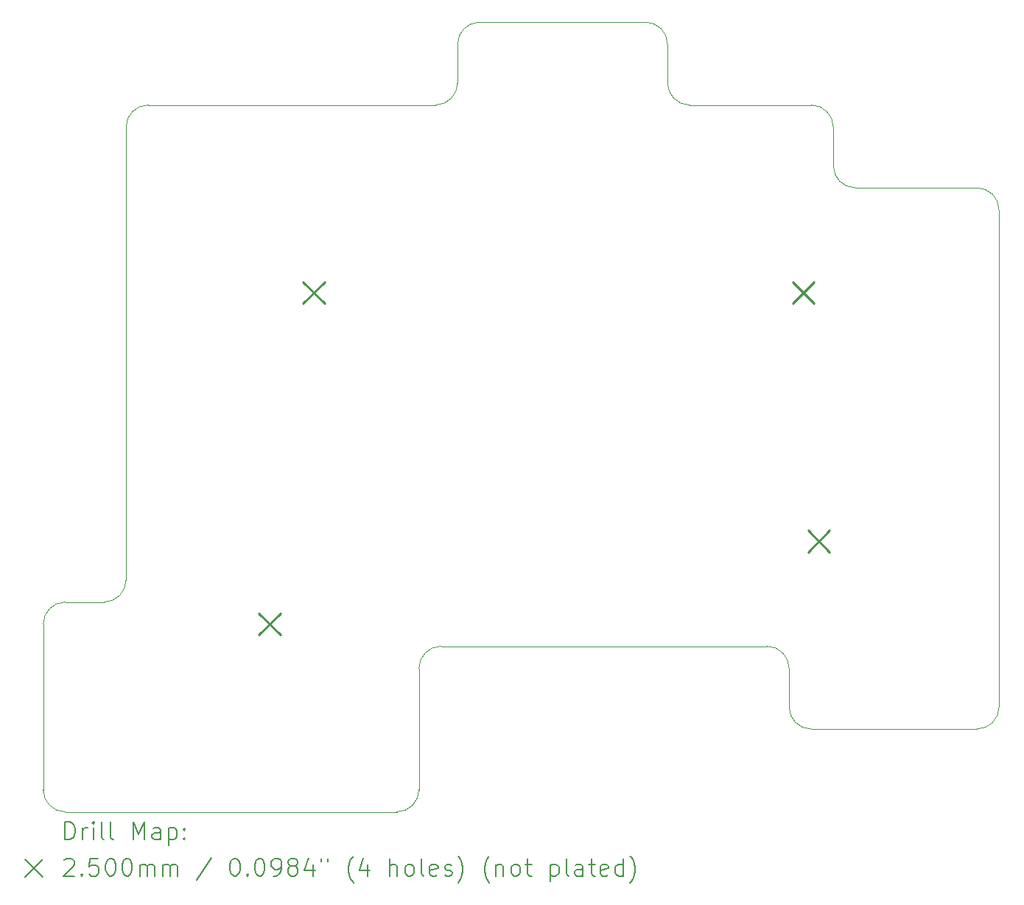
<source format=gbr>
%FSLAX45Y45*%
G04 Gerber Fmt 4.5, Leading zero omitted, Abs format (unit mm)*
G04 Created by KiCad (PCBNEW (6.0.5-0)) date 2022-06-17 02:26:09*
%MOMM*%
%LPD*%
G01*
G04 APERTURE LIST*
%TA.AperFunction,Profile*%
%ADD10C,0.120000*%
%TD*%
%ADD11C,0.200000*%
%ADD12C,0.250000*%
G04 APERTURE END LIST*
D10*
X5461000Y-4318000D02*
G75*
G03*
X5207000Y-4064000I-254000J0D01*
G01*
X4318000Y2159000D02*
X5715000Y2159000D01*
X5461000Y-4762500D02*
G75*
G03*
X5715000Y-5016500I254000J0D01*
G01*
X1651000Y2857500D02*
X1651000Y2413000D01*
X7874000Y-4762500D02*
X7874000Y952500D01*
X-2413000Y-3556000D02*
G75*
G03*
X-2159000Y-3302000I0J254000D01*
G01*
X1397000Y2159000D02*
G75*
G03*
X1651000Y2413000I0J254000D01*
G01*
X-2857500Y-3556000D02*
G75*
G03*
X-3111500Y-3810000I0J-254000D01*
G01*
X1206500Y-5715000D02*
X1206500Y-4318000D01*
X5715000Y-5016500D02*
X7620000Y-5016500D01*
X-2413000Y-3556000D02*
X-2857500Y-3556000D01*
X4064000Y2857500D02*
X4064000Y2413000D01*
X5969000Y1460500D02*
X5969000Y1905000D01*
X5461000Y-4318000D02*
X5461000Y-4762500D01*
X-2857500Y-5969000D02*
X-2603500Y-5969000D01*
X5207000Y-4064000D02*
X1460500Y-4064000D01*
X7874000Y952500D02*
G75*
G03*
X7620000Y1206500I-254000J0D01*
G01*
X1905000Y3111500D02*
G75*
G03*
X1651000Y2857500I0J-254000D01*
G01*
X7620000Y-5016500D02*
G75*
G03*
X7874000Y-4762500I0J254000D01*
G01*
X1460500Y-4064000D02*
G75*
G03*
X1206500Y-4318000I0J-254000D01*
G01*
X-1905000Y2159000D02*
G75*
G03*
X-2159000Y1905000I0J-254000D01*
G01*
X5969000Y1460500D02*
G75*
G03*
X6223000Y1206500I254000J0D01*
G01*
X-1905000Y2159000D02*
X1397000Y2159000D01*
X-3111500Y-3810000D02*
X-3111500Y-4064000D01*
X-3111500Y-5715000D02*
G75*
G03*
X-2857500Y-5969000I254000J0D01*
G01*
X-3111500Y-5715000D02*
X-3111500Y-4064000D01*
X3810000Y3111500D02*
X1905000Y3111500D01*
X952500Y-5969000D02*
X-2603500Y-5969000D01*
X5969000Y1905000D02*
G75*
G03*
X5715000Y2159000I-254000J0D01*
G01*
X4064000Y2857500D02*
G75*
G03*
X3810000Y3111500I-254000J0D01*
G01*
X7620000Y1206500D02*
X6223000Y1206500D01*
X952500Y-5969000D02*
G75*
G03*
X1206500Y-5715000I0J254000D01*
G01*
X-2159000Y1905000D02*
X-2159000Y-3302000D01*
X4064000Y2413000D02*
G75*
G03*
X4318000Y2159000I254000J0D01*
G01*
D11*
D12*
X-633000Y-3685000D02*
X-383000Y-3935000D01*
X-383000Y-3685000D02*
X-633000Y-3935000D01*
X-125000Y125000D02*
X125000Y-125000D01*
X125000Y125000D02*
X-125000Y-125000D01*
X5501100Y125000D02*
X5751100Y-125000D01*
X5751100Y125000D02*
X5501100Y-125000D01*
X5678900Y-2732500D02*
X5928900Y-2982500D01*
X5928900Y-2732500D02*
X5678900Y-2982500D01*
D11*
X-2859881Y-6285476D02*
X-2859881Y-6085476D01*
X-2812262Y-6085476D01*
X-2783691Y-6095000D01*
X-2764643Y-6114048D01*
X-2755119Y-6133095D01*
X-2745595Y-6171190D01*
X-2745595Y-6199762D01*
X-2755119Y-6237857D01*
X-2764643Y-6256905D01*
X-2783691Y-6275952D01*
X-2812262Y-6285476D01*
X-2859881Y-6285476D01*
X-2659881Y-6285476D02*
X-2659881Y-6152143D01*
X-2659881Y-6190238D02*
X-2650357Y-6171190D01*
X-2640833Y-6161667D01*
X-2621786Y-6152143D01*
X-2602738Y-6152143D01*
X-2536072Y-6285476D02*
X-2536072Y-6152143D01*
X-2536072Y-6085476D02*
X-2545595Y-6095000D01*
X-2536072Y-6104524D01*
X-2526548Y-6095000D01*
X-2536072Y-6085476D01*
X-2536072Y-6104524D01*
X-2412262Y-6285476D02*
X-2431310Y-6275952D01*
X-2440833Y-6256905D01*
X-2440833Y-6085476D01*
X-2307500Y-6285476D02*
X-2326548Y-6275952D01*
X-2336072Y-6256905D01*
X-2336072Y-6085476D01*
X-2078929Y-6285476D02*
X-2078929Y-6085476D01*
X-2012262Y-6228333D01*
X-1945595Y-6085476D01*
X-1945595Y-6285476D01*
X-1764643Y-6285476D02*
X-1764643Y-6180714D01*
X-1774167Y-6161667D01*
X-1793214Y-6152143D01*
X-1831310Y-6152143D01*
X-1850357Y-6161667D01*
X-1764643Y-6275952D02*
X-1783690Y-6285476D01*
X-1831310Y-6285476D01*
X-1850357Y-6275952D01*
X-1859881Y-6256905D01*
X-1859881Y-6237857D01*
X-1850357Y-6218809D01*
X-1831310Y-6209286D01*
X-1783690Y-6209286D01*
X-1764643Y-6199762D01*
X-1669405Y-6152143D02*
X-1669405Y-6352143D01*
X-1669405Y-6161667D02*
X-1650357Y-6152143D01*
X-1612262Y-6152143D01*
X-1593214Y-6161667D01*
X-1583690Y-6171190D01*
X-1574167Y-6190238D01*
X-1574167Y-6247381D01*
X-1583690Y-6266428D01*
X-1593214Y-6275952D01*
X-1612262Y-6285476D01*
X-1650357Y-6285476D01*
X-1669405Y-6275952D01*
X-1488452Y-6266428D02*
X-1478929Y-6275952D01*
X-1488452Y-6285476D01*
X-1497976Y-6275952D01*
X-1488452Y-6266428D01*
X-1488452Y-6285476D01*
X-1488452Y-6161667D02*
X-1478929Y-6171190D01*
X-1488452Y-6180714D01*
X-1497976Y-6171190D01*
X-1488452Y-6161667D01*
X-1488452Y-6180714D01*
X-3317500Y-6515000D02*
X-3117500Y-6715000D01*
X-3117500Y-6515000D02*
X-3317500Y-6715000D01*
X-2869405Y-6524524D02*
X-2859881Y-6515000D01*
X-2840833Y-6505476D01*
X-2793214Y-6505476D01*
X-2774167Y-6515000D01*
X-2764643Y-6524524D01*
X-2755119Y-6543571D01*
X-2755119Y-6562619D01*
X-2764643Y-6591190D01*
X-2878929Y-6705476D01*
X-2755119Y-6705476D01*
X-2669405Y-6686428D02*
X-2659881Y-6695952D01*
X-2669405Y-6705476D01*
X-2678929Y-6695952D01*
X-2669405Y-6686428D01*
X-2669405Y-6705476D01*
X-2478929Y-6505476D02*
X-2574167Y-6505476D01*
X-2583691Y-6600714D01*
X-2574167Y-6591190D01*
X-2555119Y-6581667D01*
X-2507500Y-6581667D01*
X-2488452Y-6591190D01*
X-2478929Y-6600714D01*
X-2469405Y-6619762D01*
X-2469405Y-6667381D01*
X-2478929Y-6686428D01*
X-2488452Y-6695952D01*
X-2507500Y-6705476D01*
X-2555119Y-6705476D01*
X-2574167Y-6695952D01*
X-2583691Y-6686428D01*
X-2345595Y-6505476D02*
X-2326548Y-6505476D01*
X-2307500Y-6515000D01*
X-2297976Y-6524524D01*
X-2288452Y-6543571D01*
X-2278929Y-6581667D01*
X-2278929Y-6629286D01*
X-2288452Y-6667381D01*
X-2297976Y-6686428D01*
X-2307500Y-6695952D01*
X-2326548Y-6705476D01*
X-2345595Y-6705476D01*
X-2364643Y-6695952D01*
X-2374167Y-6686428D01*
X-2383691Y-6667381D01*
X-2393214Y-6629286D01*
X-2393214Y-6581667D01*
X-2383691Y-6543571D01*
X-2374167Y-6524524D01*
X-2364643Y-6515000D01*
X-2345595Y-6505476D01*
X-2155119Y-6505476D02*
X-2136072Y-6505476D01*
X-2117024Y-6515000D01*
X-2107500Y-6524524D01*
X-2097976Y-6543571D01*
X-2088452Y-6581667D01*
X-2088452Y-6629286D01*
X-2097976Y-6667381D01*
X-2107500Y-6686428D01*
X-2117024Y-6695952D01*
X-2136072Y-6705476D01*
X-2155119Y-6705476D01*
X-2174167Y-6695952D01*
X-2183691Y-6686428D01*
X-2193214Y-6667381D01*
X-2202738Y-6629286D01*
X-2202738Y-6581667D01*
X-2193214Y-6543571D01*
X-2183691Y-6524524D01*
X-2174167Y-6515000D01*
X-2155119Y-6505476D01*
X-2002738Y-6705476D02*
X-2002738Y-6572143D01*
X-2002738Y-6591190D02*
X-1993214Y-6581667D01*
X-1974167Y-6572143D01*
X-1945595Y-6572143D01*
X-1926548Y-6581667D01*
X-1917024Y-6600714D01*
X-1917024Y-6705476D01*
X-1917024Y-6600714D02*
X-1907500Y-6581667D01*
X-1888452Y-6572143D01*
X-1859881Y-6572143D01*
X-1840833Y-6581667D01*
X-1831310Y-6600714D01*
X-1831310Y-6705476D01*
X-1736071Y-6705476D02*
X-1736071Y-6572143D01*
X-1736071Y-6591190D02*
X-1726548Y-6581667D01*
X-1707500Y-6572143D01*
X-1678929Y-6572143D01*
X-1659881Y-6581667D01*
X-1650357Y-6600714D01*
X-1650357Y-6705476D01*
X-1650357Y-6600714D02*
X-1640833Y-6581667D01*
X-1621786Y-6572143D01*
X-1593214Y-6572143D01*
X-1574167Y-6581667D01*
X-1564643Y-6600714D01*
X-1564643Y-6705476D01*
X-1174167Y-6495952D02*
X-1345595Y-6753095D01*
X-917024Y-6505476D02*
X-897976Y-6505476D01*
X-878929Y-6515000D01*
X-869405Y-6524524D01*
X-859881Y-6543571D01*
X-850357Y-6581667D01*
X-850357Y-6629286D01*
X-859881Y-6667381D01*
X-869405Y-6686428D01*
X-878929Y-6695952D01*
X-897976Y-6705476D01*
X-917024Y-6705476D01*
X-936071Y-6695952D01*
X-945595Y-6686428D01*
X-955119Y-6667381D01*
X-964643Y-6629286D01*
X-964643Y-6581667D01*
X-955119Y-6543571D01*
X-945595Y-6524524D01*
X-936071Y-6515000D01*
X-917024Y-6505476D01*
X-764643Y-6686428D02*
X-755119Y-6695952D01*
X-764643Y-6705476D01*
X-774167Y-6695952D01*
X-764643Y-6686428D01*
X-764643Y-6705476D01*
X-631310Y-6505476D02*
X-612262Y-6505476D01*
X-593214Y-6515000D01*
X-583691Y-6524524D01*
X-574167Y-6543571D01*
X-564643Y-6581667D01*
X-564643Y-6629286D01*
X-574167Y-6667381D01*
X-583691Y-6686428D01*
X-593214Y-6695952D01*
X-612262Y-6705476D01*
X-631310Y-6705476D01*
X-650357Y-6695952D01*
X-659881Y-6686428D01*
X-669405Y-6667381D01*
X-678929Y-6629286D01*
X-678929Y-6581667D01*
X-669405Y-6543571D01*
X-659881Y-6524524D01*
X-650357Y-6515000D01*
X-631310Y-6505476D01*
X-469405Y-6705476D02*
X-431310Y-6705476D01*
X-412262Y-6695952D01*
X-402738Y-6686428D01*
X-383690Y-6657857D01*
X-374167Y-6619762D01*
X-374167Y-6543571D01*
X-383690Y-6524524D01*
X-393214Y-6515000D01*
X-412262Y-6505476D01*
X-450357Y-6505476D01*
X-469405Y-6515000D01*
X-478929Y-6524524D01*
X-488452Y-6543571D01*
X-488452Y-6591190D01*
X-478929Y-6610238D01*
X-469405Y-6619762D01*
X-450357Y-6629286D01*
X-412262Y-6629286D01*
X-393214Y-6619762D01*
X-383690Y-6610238D01*
X-374167Y-6591190D01*
X-259881Y-6591190D02*
X-278929Y-6581667D01*
X-288452Y-6572143D01*
X-297976Y-6553095D01*
X-297976Y-6543571D01*
X-288452Y-6524524D01*
X-278929Y-6515000D01*
X-259881Y-6505476D01*
X-221786Y-6505476D01*
X-202738Y-6515000D01*
X-193214Y-6524524D01*
X-183690Y-6543571D01*
X-183690Y-6553095D01*
X-193214Y-6572143D01*
X-202738Y-6581667D01*
X-221786Y-6591190D01*
X-259881Y-6591190D01*
X-278929Y-6600714D01*
X-288452Y-6610238D01*
X-297976Y-6629286D01*
X-297976Y-6667381D01*
X-288452Y-6686428D01*
X-278929Y-6695952D01*
X-259881Y-6705476D01*
X-221786Y-6705476D01*
X-202738Y-6695952D01*
X-193214Y-6686428D01*
X-183690Y-6667381D01*
X-183690Y-6629286D01*
X-193214Y-6610238D01*
X-202738Y-6600714D01*
X-221786Y-6591190D01*
X-12262Y-6572143D02*
X-12262Y-6705476D01*
X-59881Y-6495952D02*
X-107500Y-6638809D01*
X16309Y-6638809D01*
X82976Y-6505476D02*
X82976Y-6543571D01*
X159167Y-6505476D02*
X159167Y-6543571D01*
X454405Y-6781667D02*
X444881Y-6772143D01*
X425833Y-6743571D01*
X416309Y-6724524D01*
X406786Y-6695952D01*
X397262Y-6648333D01*
X397262Y-6610238D01*
X406786Y-6562619D01*
X416309Y-6534048D01*
X425833Y-6515000D01*
X444881Y-6486428D01*
X454405Y-6476905D01*
X616310Y-6572143D02*
X616310Y-6705476D01*
X568690Y-6495952D02*
X521071Y-6638809D01*
X644881Y-6638809D01*
X873452Y-6705476D02*
X873452Y-6505476D01*
X959167Y-6705476D02*
X959167Y-6600714D01*
X949643Y-6581667D01*
X930595Y-6572143D01*
X902024Y-6572143D01*
X882976Y-6581667D01*
X873452Y-6591190D01*
X1082976Y-6705476D02*
X1063929Y-6695952D01*
X1054405Y-6686428D01*
X1044881Y-6667381D01*
X1044881Y-6610238D01*
X1054405Y-6591190D01*
X1063929Y-6581667D01*
X1082976Y-6572143D01*
X1111548Y-6572143D01*
X1130595Y-6581667D01*
X1140119Y-6591190D01*
X1149643Y-6610238D01*
X1149643Y-6667381D01*
X1140119Y-6686428D01*
X1130595Y-6695952D01*
X1111548Y-6705476D01*
X1082976Y-6705476D01*
X1263929Y-6705476D02*
X1244881Y-6695952D01*
X1235357Y-6676905D01*
X1235357Y-6505476D01*
X1416309Y-6695952D02*
X1397262Y-6705476D01*
X1359167Y-6705476D01*
X1340119Y-6695952D01*
X1330595Y-6676905D01*
X1330595Y-6600714D01*
X1340119Y-6581667D01*
X1359167Y-6572143D01*
X1397262Y-6572143D01*
X1416309Y-6581667D01*
X1425833Y-6600714D01*
X1425833Y-6619762D01*
X1330595Y-6638809D01*
X1502024Y-6695952D02*
X1521071Y-6705476D01*
X1559167Y-6705476D01*
X1578214Y-6695952D01*
X1587738Y-6676905D01*
X1587738Y-6667381D01*
X1578214Y-6648333D01*
X1559167Y-6638809D01*
X1530595Y-6638809D01*
X1511548Y-6629286D01*
X1502024Y-6610238D01*
X1502024Y-6600714D01*
X1511548Y-6581667D01*
X1530595Y-6572143D01*
X1559167Y-6572143D01*
X1578214Y-6581667D01*
X1654405Y-6781667D02*
X1663928Y-6772143D01*
X1682976Y-6743571D01*
X1692500Y-6724524D01*
X1702024Y-6695952D01*
X1711548Y-6648333D01*
X1711548Y-6610238D01*
X1702024Y-6562619D01*
X1692500Y-6534048D01*
X1682976Y-6515000D01*
X1663928Y-6486428D01*
X1654405Y-6476905D01*
X2016309Y-6781667D02*
X2006786Y-6772143D01*
X1987738Y-6743571D01*
X1978214Y-6724524D01*
X1968690Y-6695952D01*
X1959167Y-6648333D01*
X1959167Y-6610238D01*
X1968690Y-6562619D01*
X1978214Y-6534048D01*
X1987738Y-6515000D01*
X2006786Y-6486428D01*
X2016309Y-6476905D01*
X2092500Y-6572143D02*
X2092500Y-6705476D01*
X2092500Y-6591190D02*
X2102024Y-6581667D01*
X2121071Y-6572143D01*
X2149643Y-6572143D01*
X2168690Y-6581667D01*
X2178214Y-6600714D01*
X2178214Y-6705476D01*
X2302024Y-6705476D02*
X2282976Y-6695952D01*
X2273452Y-6686428D01*
X2263929Y-6667381D01*
X2263929Y-6610238D01*
X2273452Y-6591190D01*
X2282976Y-6581667D01*
X2302024Y-6572143D01*
X2330595Y-6572143D01*
X2349643Y-6581667D01*
X2359167Y-6591190D01*
X2368690Y-6610238D01*
X2368690Y-6667381D01*
X2359167Y-6686428D01*
X2349643Y-6695952D01*
X2330595Y-6705476D01*
X2302024Y-6705476D01*
X2425833Y-6572143D02*
X2502024Y-6572143D01*
X2454405Y-6505476D02*
X2454405Y-6676905D01*
X2463929Y-6695952D01*
X2482976Y-6705476D01*
X2502024Y-6705476D01*
X2721071Y-6572143D02*
X2721071Y-6772143D01*
X2721071Y-6581667D02*
X2740119Y-6572143D01*
X2778214Y-6572143D01*
X2797262Y-6581667D01*
X2806786Y-6591190D01*
X2816309Y-6610238D01*
X2816309Y-6667381D01*
X2806786Y-6686428D01*
X2797262Y-6695952D01*
X2778214Y-6705476D01*
X2740119Y-6705476D01*
X2721071Y-6695952D01*
X2930595Y-6705476D02*
X2911548Y-6695952D01*
X2902024Y-6676905D01*
X2902024Y-6505476D01*
X3092500Y-6705476D02*
X3092500Y-6600714D01*
X3082976Y-6581667D01*
X3063928Y-6572143D01*
X3025833Y-6572143D01*
X3006786Y-6581667D01*
X3092500Y-6695952D02*
X3073452Y-6705476D01*
X3025833Y-6705476D01*
X3006786Y-6695952D01*
X2997262Y-6676905D01*
X2997262Y-6657857D01*
X3006786Y-6638809D01*
X3025833Y-6629286D01*
X3073452Y-6629286D01*
X3092500Y-6619762D01*
X3159167Y-6572143D02*
X3235357Y-6572143D01*
X3187738Y-6505476D02*
X3187738Y-6676905D01*
X3197262Y-6695952D01*
X3216309Y-6705476D01*
X3235357Y-6705476D01*
X3378214Y-6695952D02*
X3359167Y-6705476D01*
X3321071Y-6705476D01*
X3302024Y-6695952D01*
X3292500Y-6676905D01*
X3292500Y-6600714D01*
X3302024Y-6581667D01*
X3321071Y-6572143D01*
X3359167Y-6572143D01*
X3378214Y-6581667D01*
X3387738Y-6600714D01*
X3387738Y-6619762D01*
X3292500Y-6638809D01*
X3559167Y-6705476D02*
X3559167Y-6505476D01*
X3559167Y-6695952D02*
X3540119Y-6705476D01*
X3502024Y-6705476D01*
X3482976Y-6695952D01*
X3473452Y-6686428D01*
X3463928Y-6667381D01*
X3463928Y-6610238D01*
X3473452Y-6591190D01*
X3482976Y-6581667D01*
X3502024Y-6572143D01*
X3540119Y-6572143D01*
X3559167Y-6581667D01*
X3635357Y-6781667D02*
X3644881Y-6772143D01*
X3663928Y-6743571D01*
X3673452Y-6724524D01*
X3682976Y-6695952D01*
X3692500Y-6648333D01*
X3692500Y-6610238D01*
X3682976Y-6562619D01*
X3673452Y-6534048D01*
X3663928Y-6515000D01*
X3644881Y-6486428D01*
X3635357Y-6476905D01*
M02*

</source>
